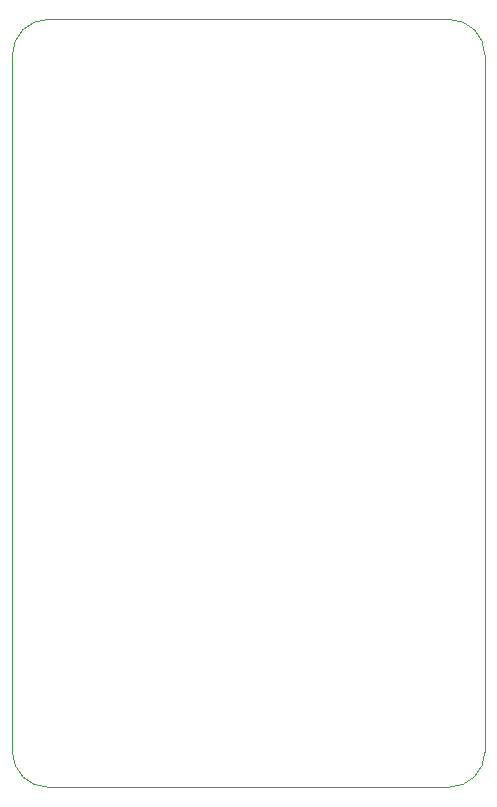
<source format=gm1>
%TF.GenerationSoftware,KiCad,Pcbnew,(6.0.6)*%
%TF.CreationDate,2022-07-08T14:59:32+02:00*%
%TF.ProjectId,XCOMMS_Interface,58434f4d-4d53-45f4-996e-746572666163,rev?*%
%TF.SameCoordinates,Original*%
%TF.FileFunction,Profile,NP*%
%FSLAX46Y46*%
G04 Gerber Fmt 4.6, Leading zero omitted, Abs format (unit mm)*
G04 Created by KiCad (PCBNEW (6.0.6)) date 2022-07-08 14:59:32*
%MOMM*%
%LPD*%
G01*
G04 APERTURE LIST*
%TA.AperFunction,Profile*%
%ADD10C,0.100000*%
%TD*%
G04 APERTURE END LIST*
D10*
X165000000Y-137000000D02*
G75*
G03*
X168000000Y-134000000I0J3000000D01*
G01*
X131000000Y-72000000D02*
G75*
G03*
X128000000Y-75000000I0J-3000000D01*
G01*
X168000000Y-75000000D02*
X168000000Y-134000000D01*
X131000000Y-72000000D02*
X165000000Y-72000000D01*
X165000000Y-137000000D02*
X131000000Y-137000000D01*
X168000000Y-75000000D02*
G75*
G03*
X165000000Y-72000000I-3000000J0D01*
G01*
X128000000Y-134000000D02*
G75*
G03*
X131000000Y-137000000I3000000J0D01*
G01*
X128000000Y-134000000D02*
X128000000Y-75000000D01*
M02*

</source>
